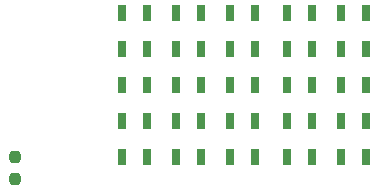
<source format=gbp>
G04 #@! TF.GenerationSoftware,KiCad,Pcbnew,(6.0.1)*
G04 #@! TF.CreationDate,2022-12-28T11:05:24-06:00*
G04 #@! TF.ProjectId,AIL,41494c2e-6b69-4636-9164-5f7063625858,rev?*
G04 #@! TF.SameCoordinates,Original*
G04 #@! TF.FileFunction,Paste,Bot*
G04 #@! TF.FilePolarity,Positive*
%FSLAX46Y46*%
G04 Gerber Fmt 4.6, Leading zero omitted, Abs format (unit mm)*
G04 Created by KiCad (PCBNEW (6.0.1)) date 2022-12-28 11:05:24*
%MOMM*%
%LPD*%
G01*
G04 APERTURE LIST*
G04 Aperture macros list*
%AMRoundRect*
0 Rectangle with rounded corners*
0 $1 Rounding radius*
0 $2 $3 $4 $5 $6 $7 $8 $9 X,Y pos of 4 corners*
0 Add a 4 corners polygon primitive as box body*
4,1,4,$2,$3,$4,$5,$6,$7,$8,$9,$2,$3,0*
0 Add four circle primitives for the rounded corners*
1,1,$1+$1,$2,$3*
1,1,$1+$1,$4,$5*
1,1,$1+$1,$6,$7*
1,1,$1+$1,$8,$9*
0 Add four rect primitives between the rounded corners*
20,1,$1+$1,$2,$3,$4,$5,0*
20,1,$1+$1,$4,$5,$6,$7,0*
20,1,$1+$1,$6,$7,$8,$9,0*
20,1,$1+$1,$8,$9,$2,$3,0*%
G04 Aperture macros list end*
%ADD10R,0.800000X1.400000*%
%ADD11RoundRect,0.237500X0.237500X-0.250000X0.237500X0.250000X-0.237500X0.250000X-0.237500X-0.250000X0*%
G04 APERTURE END LIST*
D10*
X161324000Y-95250000D03*
X159224000Y-95250000D03*
X156752000Y-92202000D03*
X154652000Y-92202000D03*
X161324000Y-83058000D03*
X159224000Y-83058000D03*
X151926000Y-95250000D03*
X149826000Y-95250000D03*
X147354000Y-86106000D03*
X145254000Y-86106000D03*
X142782000Y-83058000D03*
X140682000Y-83058000D03*
X151926000Y-89154000D03*
X149826000Y-89154000D03*
X151926000Y-92202000D03*
X149826000Y-92202000D03*
X142782000Y-92202000D03*
X140682000Y-92202000D03*
X147354000Y-83058000D03*
X145254000Y-83058000D03*
X147354000Y-95250000D03*
X145254000Y-95250000D03*
X142782000Y-95250000D03*
X140682000Y-95250000D03*
X151926000Y-83058000D03*
X149826000Y-83058000D03*
X142782000Y-86106000D03*
X140682000Y-86106000D03*
D11*
X131570000Y-97092500D03*
X131570000Y-95267500D03*
D10*
X142782000Y-89154000D03*
X140682000Y-89154000D03*
X161324000Y-89154000D03*
X159224000Y-89154000D03*
X161324000Y-86106000D03*
X159224000Y-86106000D03*
X151926000Y-86106000D03*
X149826000Y-86106000D03*
X156752000Y-89154000D03*
X154652000Y-89154000D03*
X147354000Y-92202000D03*
X145254000Y-92202000D03*
X147354000Y-89154000D03*
X145254000Y-89154000D03*
X156752000Y-86106000D03*
X154652000Y-86106000D03*
X161324000Y-92202000D03*
X159224000Y-92202000D03*
X156752000Y-95250000D03*
X154652000Y-95250000D03*
X156752000Y-83058000D03*
X154652000Y-83058000D03*
M02*

</source>
